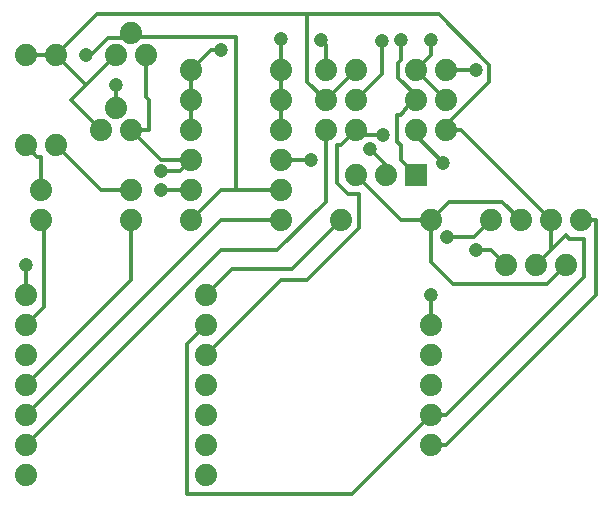
<source format=gbr>
G04 EAGLE Gerber RS-274X export*
G75*
%MOMM*%
%FSLAX34Y34*%
%LPD*%
%INTop Copper*%
%IPPOS*%
%AMOC8*
5,1,8,0,0,1.08239X$1,22.5*%
G01*
%ADD10C,1.879600*%
%ADD11R,1.879600X1.879600*%
%ADD12C,0.304800*%
%ADD13C,1.206400*%


D10*
X495300Y241300D03*
X469900Y241300D03*
X444500Y241300D03*
X368300Y406400D03*
X393700Y406400D03*
X368300Y381000D03*
X393700Y381000D03*
X38100Y63500D03*
X38100Y88900D03*
X38100Y114300D03*
X38100Y139700D03*
X38100Y165100D03*
X38100Y190500D03*
X38100Y215900D03*
X190500Y63500D03*
X190500Y88900D03*
X190500Y114300D03*
X190500Y139700D03*
X190500Y165100D03*
X190500Y190500D03*
X190500Y215900D03*
X254000Y304800D03*
X177800Y304800D03*
X177800Y279400D03*
X254000Y279400D03*
X177800Y330200D03*
X254000Y330200D03*
X38100Y342900D03*
X38100Y419100D03*
X63500Y342900D03*
X63500Y419100D03*
X50800Y279400D03*
X50800Y304800D03*
X127000Y279400D03*
X127000Y304800D03*
X254000Y355600D03*
X177800Y355600D03*
X254000Y381000D03*
X177800Y381000D03*
X254000Y406400D03*
X177800Y406400D03*
X101600Y355600D03*
X114300Y374650D03*
X127000Y355600D03*
X114300Y419100D03*
X127000Y438150D03*
X139700Y419100D03*
D11*
X368300Y317500D03*
D10*
X342900Y317500D03*
X317500Y317500D03*
X381000Y88900D03*
X381000Y114300D03*
X381000Y139700D03*
X381000Y165100D03*
X381000Y190500D03*
X393700Y355600D03*
X368300Y355600D03*
X292100Y406400D03*
X292100Y381000D03*
X292100Y355600D03*
X508000Y279400D03*
X482600Y279400D03*
X457200Y279400D03*
X431800Y279400D03*
X317500Y355600D03*
X317500Y381000D03*
X317500Y406400D03*
X381000Y279400D03*
X304800Y279400D03*
D12*
X38100Y241300D02*
X38100Y215900D01*
D13*
X38100Y241300D03*
X152400Y304800D03*
D12*
X177800Y304800D01*
X127000Y228600D02*
X38100Y139700D01*
X127000Y228600D02*
X127000Y279400D01*
X203200Y279400D02*
X38100Y114300D01*
X203200Y279400D02*
X254000Y279400D01*
X88900Y393700D02*
X63500Y419100D01*
X76200Y381000D02*
X101600Y355600D01*
X76200Y381000D02*
X88900Y393700D01*
X114300Y419100D01*
X292100Y381000D02*
X317500Y406400D01*
X511175Y231775D02*
X393700Y114300D01*
X381000Y114300D01*
X511175Y231775D02*
X511175Y263525D01*
X498475Y263525D01*
X495300Y266700D01*
X190500Y190500D02*
X174625Y174625D01*
X174625Y47625D01*
X314325Y47625D01*
X381000Y114300D01*
X469900Y241300D02*
X495300Y266700D01*
X292100Y381000D02*
X276225Y396875D01*
X276225Y454025D01*
X98425Y454025D02*
X63500Y419100D01*
X478393Y279400D02*
X482600Y279400D01*
X482600Y254000D01*
X469900Y241300D01*
X406400Y355600D02*
X393700Y355600D01*
X406400Y355600D02*
X482600Y279400D01*
X63500Y419100D02*
X38100Y419100D01*
X98425Y454025D02*
X276225Y454025D01*
X430720Y411213D02*
X430720Y396827D01*
X393700Y359807D02*
X393700Y355600D01*
X393700Y359807D02*
X430720Y396827D01*
X387908Y454025D02*
X276225Y454025D01*
X387908Y454025D02*
X430720Y411213D01*
X254000Y381000D02*
X254000Y355600D01*
X254000Y381000D02*
X254000Y406400D01*
X352425Y346075D02*
X355600Y342900D01*
X355600Y330200D01*
X368300Y317500D01*
X352425Y346075D02*
X352425Y368300D01*
X355600Y368300D01*
X254000Y381000D02*
X254000Y433006D01*
D13*
X254000Y433006D03*
X355600Y431800D03*
D12*
X353314Y412607D02*
X353314Y400193D01*
X355600Y414893D02*
X355600Y431800D01*
X355600Y414893D02*
X353314Y412607D01*
X368300Y385207D02*
X355600Y368300D01*
X368300Y385207D02*
X353314Y400193D01*
X177800Y381000D02*
X177800Y355600D01*
X177800Y381000D02*
X177800Y406400D01*
D13*
X329418Y339949D03*
D12*
X342900Y326467D01*
X342900Y317500D01*
X194755Y423355D02*
X177800Y406400D01*
X194755Y423355D02*
X203200Y423355D01*
D13*
X203200Y423355D03*
D12*
X127000Y355600D02*
X152400Y330200D01*
X177800Y330200D01*
X139700Y384175D02*
X139700Y419100D01*
X139700Y384175D02*
X142875Y381000D01*
X142875Y355600D01*
X127000Y355600D01*
X368300Y406400D02*
X393700Y381000D01*
X177800Y330200D02*
X168528Y320928D01*
X152400Y320928D01*
D13*
X152400Y320928D03*
X381000Y431800D03*
D12*
X381000Y419100D01*
X368300Y406400D01*
X203200Y304800D02*
X177800Y279400D01*
X215900Y304800D02*
X254000Y304800D01*
X215900Y304800D02*
X203200Y304800D01*
X130175Y434975D02*
X127000Y438150D01*
X130175Y434975D02*
X215900Y434975D01*
X215900Y304800D01*
D13*
X88900Y419100D03*
D12*
X122936Y434086D02*
X127000Y438150D01*
X93107Y419100D02*
X88900Y419100D01*
X108093Y434086D02*
X122936Y434086D01*
X108093Y434086D02*
X93107Y419100D01*
D13*
X114300Y393700D03*
D12*
X114300Y374650D01*
X431800Y254000D02*
X444500Y241300D01*
X431800Y254000D02*
X419100Y254000D01*
D13*
X419100Y254000D03*
X419100Y406400D03*
D12*
X393700Y406400D01*
D13*
X279400Y330200D03*
D12*
X254000Y330200D01*
X50800Y333375D02*
X50800Y304800D01*
X50800Y333375D02*
X47625Y333375D01*
X38100Y342900D01*
X63500Y342900D02*
X101600Y304800D01*
X127000Y304800D01*
X53975Y206375D02*
X38100Y190500D01*
X53975Y206375D02*
X53975Y279400D01*
X50800Y279400D01*
X190500Y165100D02*
X254000Y228600D01*
X276225Y228600D01*
X320675Y273050D01*
X320675Y301625D01*
X311150Y301625D01*
X301625Y311150D01*
X301625Y342900D01*
X304800Y342900D01*
X317500Y355600D01*
X292100Y406400D02*
X292100Y427545D01*
X287845Y431800D01*
D13*
X287845Y431800D03*
X340805Y351370D03*
D12*
X334430Y351370D01*
X334231Y351569D01*
X321531Y351569D02*
X317500Y355600D01*
X321531Y351569D02*
X334231Y351569D01*
X203200Y254000D02*
X38100Y88900D01*
X203200Y254000D02*
X250825Y254000D01*
X292100Y295275D01*
X292100Y355600D01*
X381000Y215900D02*
X381000Y190500D01*
D13*
X381000Y215900D03*
X391833Y328333D03*
D12*
X368300Y351867D02*
X368300Y355600D01*
X368300Y351867D02*
X391833Y328333D01*
X396875Y295275D02*
X381000Y279400D01*
X396875Y295275D02*
X441325Y295275D01*
X495300Y241300D02*
X479425Y225425D01*
X400050Y225425D01*
X381000Y244475D01*
X381000Y279400D01*
X355600Y279400D02*
X317500Y317500D01*
X355600Y279400D02*
X381000Y279400D01*
X441325Y295275D02*
X457200Y279400D01*
D13*
X394784Y265616D03*
D12*
X418020Y265620D02*
X431800Y279400D01*
X418020Y265620D02*
X401587Y265620D01*
X401582Y265616D01*
X394784Y265616D01*
D13*
X339472Y431495D03*
D12*
X339472Y402972D01*
X317500Y381000D01*
X520700Y215900D02*
X393700Y88900D01*
X381000Y88900D01*
X520700Y215900D02*
X520700Y279400D01*
X508000Y279400D01*
X212725Y238125D02*
X190500Y215900D01*
X212725Y238125D02*
X263525Y238125D01*
X304800Y279400D01*
M02*

</source>
